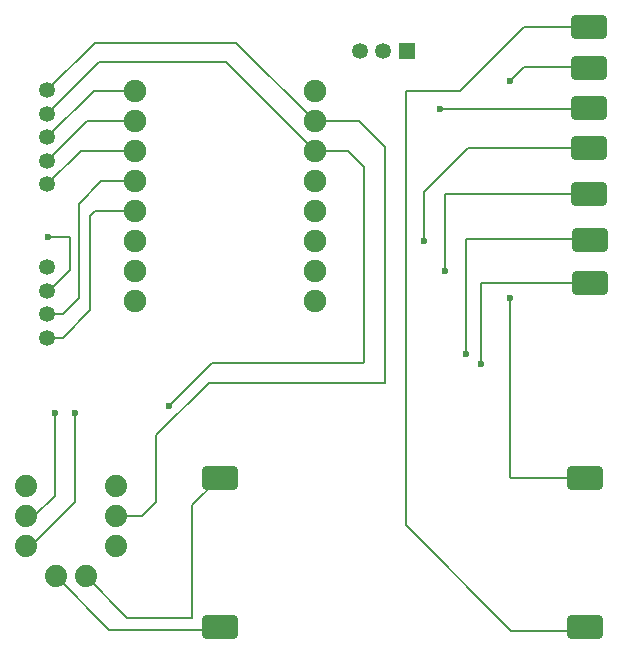
<source format=gbr>
%TF.GenerationSoftware,KiCad,Pcbnew,9.0.2*%
%TF.CreationDate,2025-06-04T23:53:16+09:00*%
%TF.ProjectId,__,78912e6b-6963-4616-945f-706362585858,rev?*%
%TF.SameCoordinates,Original*%
%TF.FileFunction,Copper,L1,Top*%
%TF.FilePolarity,Positive*%
%FSLAX46Y46*%
G04 Gerber Fmt 4.6, Leading zero omitted, Abs format (unit mm)*
G04 Created by KiCad (PCBNEW 9.0.2) date 2025-06-04 23:53:16*
%MOMM*%
%LPD*%
G01*
G04 APERTURE LIST*
G04 Aperture macros list*
%AMRoundRect*
0 Rectangle with rounded corners*
0 $1 Rounding radius*
0 $2 $3 $4 $5 $6 $7 $8 $9 X,Y pos of 4 corners*
0 Add a 4 corners polygon primitive as box body*
4,1,4,$2,$3,$4,$5,$6,$7,$8,$9,$2,$3,0*
0 Add four circle primitives for the rounded corners*
1,1,$1+$1,$2,$3*
1,1,$1+$1,$4,$5*
1,1,$1+$1,$6,$7*
1,1,$1+$1,$8,$9*
0 Add four rect primitives between the rounded corners*
20,1,$1+$1,$2,$3,$4,$5,0*
20,1,$1+$1,$4,$5,$6,$7,0*
20,1,$1+$1,$6,$7,$8,$9,0*
20,1,$1+$1,$8,$9,$2,$3,0*%
G04 Aperture macros list end*
%TA.AperFunction,SMDPad,CuDef*%
%ADD10RoundRect,0.300000X-1.200000X-0.700000X1.200000X-0.700000X1.200000X0.700000X-1.200000X0.700000X0*%
%TD*%
%TA.AperFunction,ComponentPad*%
%ADD11R,1.350000X1.350000*%
%TD*%
%TA.AperFunction,ComponentPad*%
%ADD12C,1.350000*%
%TD*%
%TA.AperFunction,ComponentPad*%
%ADD13C,1.905000*%
%TD*%
%TA.AperFunction,ComponentPad*%
%ADD14C,1.879600*%
%TD*%
%TA.AperFunction,ViaPad*%
%ADD15C,0.600000*%
%TD*%
%TA.AperFunction,Conductor*%
%ADD16C,0.200000*%
%TD*%
G04 APERTURE END LIST*
D10*
%TO.P,,A*%
%TO.N,GND*%
X52900000Y-5275000D03*
%TD*%
%TO.P,PAD,A*%
%TO.N,COOLER_PIN*%
X52950000Y-15950000D03*
%TD*%
%TO.P,PAD,A*%
%TO.N,HEATER_PIN*%
X52950000Y-12050000D03*
%TD*%
D11*
%TO.P,Sensors,1*%
%TO.N,Sensors*%
X37525000Y-3900000D03*
D12*
%TO.P,Sensors,2*%
%TO.N,VCC*%
X35525000Y-3900000D03*
%TO.P,Sensors,3*%
%TO.N,GND*%
X33525000Y-3900000D03*
%TD*%
D10*
%TO.P,,A*%
%TO.N,feltier2*%
X53000000Y-19850000D03*
%TD*%
%TO.P,,A*%
%TO.N,VCC*%
X21650000Y-52600000D03*
%TD*%
%TO.P,,A*%
%TO.N,5V*%
X52900000Y-1850000D03*
%TD*%
%TO.P,PAD,A*%
%TO.N,ACTIVEPIN*%
X53000000Y-23550000D03*
%TD*%
D12*
%TO.P,Button,1*%
%TO.N,GND*%
X7080000Y-7160000D03*
%TO.P,Button,2*%
%TO.N,VCC*%
X7080000Y-9160000D03*
%TO.P,Button,3*%
%TO.N,BOOT*%
X7080000Y-11160000D03*
%TO.P,Button,4*%
%TO.N,UP*%
X7080000Y-13160000D03*
%TO.P,Button,5*%
%TO.N,DOWN*%
X7080000Y-15160000D03*
%TD*%
D10*
%TO.P,PAD,A*%
%TO.N,5V*%
X52550000Y-52600000D03*
%TD*%
D13*
%TO.P,ESP32-C3
SuperMini,0*%
%TO.N,feltier1*%
X29700000Y-25040000D03*
%TO.P,ESP32-C3
SuperMini,1*%
%TO.N,COOLER_PIN*%
X29700000Y-22500000D03*
%TO.P,ESP32-C3
SuperMini,2*%
%TO.N,HEATER_PIN*%
X29700000Y-19960000D03*
%TO.P,ESP32-C3
SuperMini,3*%
%TO.N,HPIN*%
X29700000Y-17420000D03*
%TO.P,ESP32-C3
SuperMini,3.3*%
%TO.N,VCC*%
X29700000Y-12340000D03*
%TO.P,ESP32-C3
SuperMini,4*%
%TO.N,Sensors*%
X29700000Y-14880000D03*
%TO.P,ESP32-C3
SuperMini,5*%
%TO.N,BOOT*%
X14460000Y-7260000D03*
%TO.P,ESP32-C3
SuperMini,5V*%
%TO.N,N/C*%
X29700000Y-7260000D03*
%TO.P,ESP32-C3
SuperMini,6*%
%TO.N,UP*%
X14460000Y-9800000D03*
%TO.P,ESP32-C3
SuperMini,7*%
%TO.N,DOWN*%
X14460000Y-12340000D03*
%TO.P,ESP32-C3
SuperMini,8*%
%TO.N,SDA*%
X14460000Y-14880000D03*
%TO.P,ESP32-C3
SuperMini,9*%
%TO.N,SCL*%
X14460000Y-17420000D03*
%TO.P,ESP32-C3
SuperMini,10*%
%TO.N,COOLING*%
X14460000Y-19960000D03*
%TO.P,ESP32-C3
SuperMini,20*%
%TO.N,feltier2*%
X14460000Y-22500000D03*
%TO.P,ESP32-C3
SuperMini,21*%
%TO.N,ACTIVEPIN*%
X14460000Y-25040000D03*
%TO.P,ESP32-C3
SuperMini,G*%
%TO.N,GND*%
X29700000Y-9800000D03*
%TD*%
D10*
%TO.P,,A*%
%TO.N,GND*%
X21650000Y-40000000D03*
%TD*%
D12*
%TO.P,Display / I2C Bus,1*%
%TO.N,GND*%
X7080000Y-22160000D03*
%TO.P,Display / I2C Bus,2*%
%TO.N,VCC*%
X7080000Y-24160000D03*
%TO.P,Display / I2C Bus,3*%
%TO.N,SDA*%
X7080000Y-26160000D03*
%TO.P,Display / I2C Bus,4*%
%TO.N,SCL*%
X7080000Y-28160000D03*
%TD*%
D10*
%TO.P,,A*%
%TO.N,HPIN*%
X52900000Y-8700000D03*
%TD*%
%TO.P,,A*%
%TO.N,GND*%
X52550000Y-40000000D03*
%TD*%
D14*
%TO.P,JP2,1*%
%TO.N,SDA*%
X5255000Y-45797673D03*
%TO.P,JP2,2*%
%TO.N,SCL*%
X5255000Y-43257673D03*
%TO.P,JP2,3*%
%TO.N,QST*%
X5255000Y-40717673D03*
%TD*%
%TO.P,JP4,1*%
%TO.N,VCC*%
X12875000Y-45797673D03*
%TO.P,JP4,2*%
%TO.N,GND*%
X12875000Y-43257673D03*
%TO.P,JP4,3*%
%TO.N,ALT*%
X12875000Y-40717673D03*
%TD*%
%TO.P,JP5,1*%
%TO.N,VCC*%
X7795000Y-48337673D03*
%TO.P,JP5,2*%
%TO.N,GND*%
X10335000Y-48337673D03*
%TD*%
D15*
%TO.N,VCC*%
X17400000Y-33900000D03*
X7100000Y-19600000D03*
%TO.N,SDA*%
X9450000Y-34525000D03*
%TO.N,GND*%
X46250000Y-24800000D03*
X46250000Y-6400000D03*
%TO.N,SCL*%
X7700000Y-34525000D03*
%TO.N,feltier2*%
X42550000Y-29525000D03*
%TO.N,HPIN*%
X40350000Y-8750000D03*
%TO.N,HEATER_PIN*%
X39000000Y-19960000D03*
%TO.N,COOLER_PIN*%
X40750000Y-22500000D03*
%TO.N,ACTIVEPIN*%
X43825000Y-30400000D03*
%TD*%
D16*
%TO.N,GND*%
X35675000Y-12000000D02*
X33475000Y-9800000D01*
X33475000Y-9800000D02*
X29700000Y-9800000D01*
X35675000Y-31925000D02*
X35675000Y-12000000D01*
%TO.N,ACTIVEPIN*%
X43825000Y-23550000D02*
X52300000Y-23550000D01*
X43825000Y-30400000D02*
X43825000Y-23550000D01*
%TO.N,VCC*%
X33900000Y-13700000D02*
X33900000Y-30200000D01*
X32540000Y-12340000D02*
X33900000Y-13700000D01*
X21000000Y-30300000D02*
X17400000Y-33900000D01*
X12307327Y-52850000D02*
X7795000Y-48337673D01*
X29700000Y-12340000D02*
X22160000Y-4800000D01*
X33800000Y-30300000D02*
X21000000Y-30300000D01*
X29700000Y-12340000D02*
X32540000Y-12340000D01*
X21400000Y-52850000D02*
X12307327Y-52850000D01*
X7100000Y-19600000D02*
X9000000Y-19600000D01*
X22160000Y-4800000D02*
X11440000Y-4800000D01*
X9000000Y-19600000D02*
X9000000Y-22400000D01*
X21650000Y-52600000D02*
X21400000Y-52850000D01*
X33900000Y-30200000D02*
X33800000Y-30300000D01*
X11440000Y-4800000D02*
X7080000Y-9160000D01*
X9000000Y-22400000D02*
X7200000Y-24200000D01*
%TO.N,SDA*%
X5702327Y-45797673D02*
X9450000Y-42050000D01*
X7080000Y-26160000D02*
X8360000Y-26160000D01*
X8360000Y-26160000D02*
X9720000Y-24800000D01*
X5255000Y-45797673D02*
X5702327Y-45797673D01*
X9720000Y-24800000D02*
X9720000Y-16800000D01*
X11640000Y-14880000D02*
X14460000Y-14880000D01*
X9720000Y-16800000D02*
X11640000Y-14880000D01*
X9450000Y-42050000D02*
X9450000Y-34525000D01*
%TO.N,GND*%
X15067327Y-43257673D02*
X16300000Y-42025000D01*
X20750000Y-31950000D02*
X35650000Y-31950000D01*
X16300000Y-42025000D02*
X16300000Y-36400000D01*
X16300000Y-36400000D02*
X20750000Y-31950000D01*
X19325000Y-51800000D02*
X19275000Y-51850000D01*
X46300000Y-40000000D02*
X51750000Y-40000000D01*
X19325000Y-42325000D02*
X19325000Y-51800000D01*
X11080000Y-3160000D02*
X23060000Y-3160000D01*
X46250000Y-6400000D02*
X47400000Y-5250000D01*
X47400000Y-5250000D02*
X51800000Y-5250000D01*
X21650000Y-40000000D02*
X19325000Y-42325000D01*
X33575000Y-3950000D02*
X33525000Y-3900000D01*
X46250000Y-39950000D02*
X46300000Y-40000000D01*
X19275000Y-51850000D02*
X13847327Y-51850000D01*
X12875000Y-43257673D02*
X15067327Y-43257673D01*
X7080000Y-7160000D02*
X11080000Y-3160000D01*
X12875000Y-43257673D02*
X12140346Y-43257673D01*
X46250000Y-24800000D02*
X46250000Y-39950000D01*
X13847327Y-51850000D02*
X10335000Y-48337673D01*
X29700000Y-9800000D02*
X23060000Y-3160000D01*
%TO.N,SCL*%
X5255000Y-43257673D02*
X5942327Y-43257673D01*
X11100000Y-17420000D02*
X14460000Y-17420000D01*
X10720000Y-17800000D02*
X11100000Y-17420000D01*
X10720000Y-25800000D02*
X10720000Y-17800000D01*
X7080000Y-28160000D02*
X8360000Y-28160000D01*
X7700000Y-41500000D02*
X7700000Y-34525000D01*
X5942327Y-43257673D02*
X7700000Y-41500000D01*
X8360000Y-28160000D02*
X10720000Y-25800000D01*
%TO.N,feltier2*%
X42550000Y-29525000D02*
X42550000Y-19800000D01*
X42550000Y-19800000D02*
X52950000Y-19800000D01*
%TO.N,HPIN*%
X40350000Y-8750000D02*
X52600000Y-8750000D01*
%TO.N,HEATER_PIN*%
X42700000Y-12100000D02*
X52900000Y-12100000D01*
X39000000Y-15800000D02*
X42700000Y-12100000D01*
X51850000Y-11950000D02*
X51950000Y-11850000D01*
X52900000Y-12100000D02*
X52950000Y-12050000D01*
X39000000Y-19960000D02*
X39000000Y-15800000D01*
%TO.N,COOLER_PIN*%
X53350000Y-15850000D02*
X53050000Y-15850000D01*
X40750000Y-15950000D02*
X52950000Y-15950000D01*
X53250000Y-15950000D02*
X53350000Y-15850000D01*
X40750000Y-22500000D02*
X40750000Y-15950000D01*
X29880000Y-22680000D02*
X29700000Y-22500000D01*
X53050000Y-15850000D02*
X52750000Y-16150000D01*
%TO.N,5V*%
X37400000Y-44025000D02*
X37400000Y-7225000D01*
X52050000Y-52500000D02*
X52050000Y-52750000D01*
X47400000Y-1850000D02*
X52900000Y-1850000D01*
X42025000Y-7225000D02*
X47400000Y-1850000D01*
X37400000Y-7225000D02*
X42025000Y-7225000D01*
X46350000Y-52975000D02*
X37400000Y-44025000D01*
X46375000Y-53000000D02*
X51550000Y-53000000D01*
%TO.N,DOWN*%
X9900000Y-12340000D02*
X14460000Y-12340000D01*
X7080000Y-15160000D02*
X9900000Y-12340000D01*
%TO.N,UP*%
X10440000Y-9800000D02*
X14460000Y-9800000D01*
X7080000Y-13160000D02*
X10440000Y-9800000D01*
%TO.N,BOOT*%
X7080000Y-11160000D02*
X10980000Y-7260000D01*
X10980000Y-7260000D02*
X14460000Y-7260000D01*
%TO.N,feltier1*%
X29765000Y-24975000D02*
X29700000Y-25040000D01*
%TD*%
M02*

</source>
